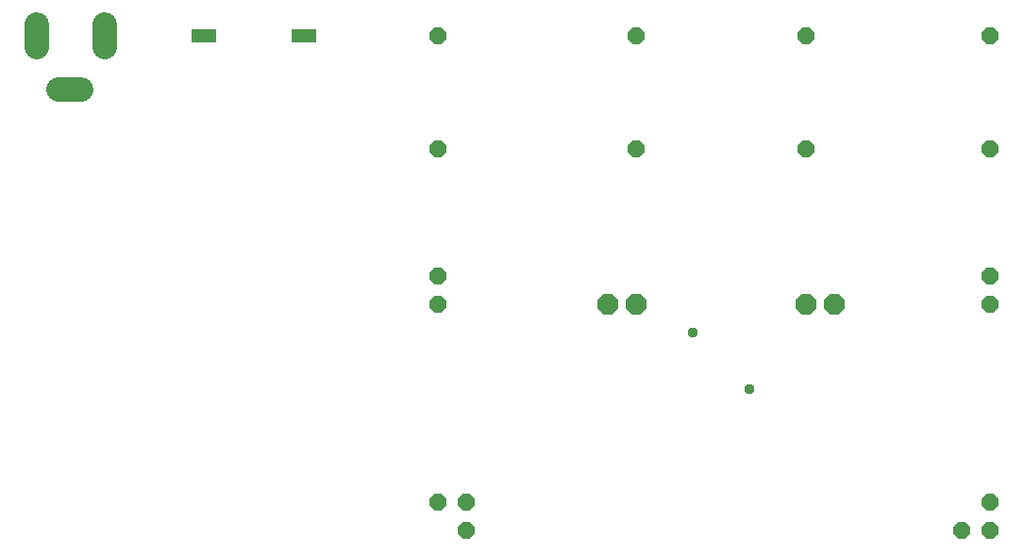
<source format=gbr>
G04 EAGLE Gerber X2 export*
%TF.Part,Single*%
%TF.FileFunction,Soldermask,Top,1*%
%TF.FilePolarity,Negative*%
%TF.GenerationSoftware,Autodesk,EAGLE,8.6.0*%
%TF.CreationDate,2018-04-10T05:38:09Z*%
G75*
%MOMM*%
%FSLAX34Y34*%
%LPD*%
%AMOC8*
5,1,8,0,0,1.08239X$1,22.5*%
G01*
%ADD10P,1.951982X8X22.500000*%
%ADD11C,2.203200*%
%ADD12P,1.649562X8X292.500000*%
%ADD13P,1.649562X8X112.500000*%
%ADD14R,2.209800X1.295400*%
%ADD15P,1.649562X8X22.500000*%
%ADD16C,0.959600*%


D10*
X635000Y279400D03*
X660400Y279400D03*
X812800Y279400D03*
X838200Y279400D03*
D11*
X183400Y510700D02*
X183400Y530700D01*
X122400Y530700D02*
X122400Y510700D01*
X142400Y472700D02*
X162400Y472700D01*
D12*
X482600Y304800D03*
X482600Y279400D03*
X977900Y304800D03*
X977900Y279400D03*
D13*
X482600Y419100D03*
X482600Y520700D03*
X660400Y419100D03*
X660400Y520700D03*
X812800Y419100D03*
X812800Y520700D03*
X977900Y419100D03*
X977900Y520700D03*
D14*
X272542Y520700D03*
X362458Y520700D03*
D15*
X952500Y76200D03*
X977900Y76200D03*
X977900Y101600D03*
D13*
X508000Y76200D03*
X508000Y101600D03*
X482600Y101600D03*
D16*
X762000Y203200D03*
X711200Y254000D03*
M02*

</source>
